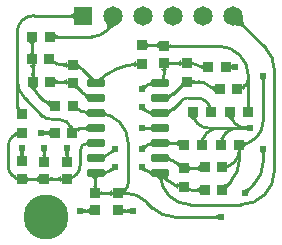
<source format=gtl>
G04*
G04 #@! TF.GenerationSoftware,Altium Limited,Altium Designer,25.1.2 (22)*
G04*
G04 Layer_Physical_Order=1*
G04 Layer_Color=255*
%FSLAX26Y26*%
%MOIN*%
G70*
G04*
G04 #@! TF.SameCoordinates,3C89DFF2-4D07-40C4-B63C-CCDB096C3DA4*
G04*
G04*
G04 #@! TF.FilePolarity,Positive*
G04*
G01*
G75*
%ADD12C,0.010000*%
%ADD14R,0.037745X0.035911*%
%ADD15R,0.035911X0.033808*%
%ADD16R,0.033808X0.035911*%
%ADD17R,0.035911X0.037745*%
G04:AMPARAMS|DCode=18|XSize=23.622mil|YSize=57.087mil|CornerRadius=2.008mil|HoleSize=0mil|Usage=FLASHONLY|Rotation=90.000|XOffset=0mil|YOffset=0mil|HoleType=Round|Shape=RoundedRectangle|*
%AMROUNDEDRECTD18*
21,1,0.023622,0.053071,0,0,90.0*
21,1,0.019606,0.057087,0,0,90.0*
1,1,0.004016,0.026535,0.009803*
1,1,0.004016,0.026535,-0.009803*
1,1,0.004016,-0.026535,-0.009803*
1,1,0.004016,-0.026535,0.009803*
%
%ADD18ROUNDEDRECTD18*%
%ADD23C,0.150000*%
%ADD24C,0.064961*%
%ADD25R,0.064961X0.064961*%
%ADD26C,0.024000*%
G36*
X242760Y810000D02*
X232640Y815000D01*
Y825000D01*
X242760Y830000D01*
Y810000D01*
D02*
G37*
G36*
X391734Y792163D02*
X387042Y789312D01*
X364921Y774121D01*
X363294Y772632D01*
X362049Y771313D01*
X351200Y774277D01*
X352724Y776139D01*
X353827Y778219D01*
X354509Y780516D01*
X354771Y783033D01*
X354611Y785767D01*
X354031Y788720D01*
X353030Y791890D01*
X351609Y795279D01*
X349766Y798887D01*
X347503Y802712D01*
X391734Y792163D01*
D02*
G37*
G36*
X182344Y759050D02*
X182648Y758200D01*
X183154Y757450D01*
X183862Y756800D01*
X184773Y756250D01*
X185886Y755800D01*
X187202Y755450D01*
X188720Y755200D01*
X190440Y755050D01*
X192363Y755000D01*
Y745000D01*
X190440Y744950D01*
X188720Y744800D01*
X187202Y744550D01*
X185886Y744200D01*
X184773Y743750D01*
X183862Y743200D01*
X183154Y742550D01*
X182648Y741800D01*
X182344Y740950D01*
X182243Y740000D01*
Y760000D01*
X182344Y759050D01*
D02*
G37*
G36*
X110000Y722165D02*
X100000D01*
X95000Y732285D01*
X115000D01*
X110000Y722165D01*
D02*
G37*
G36*
X110050Y700913D02*
X110200Y699192D01*
X110450Y697674D01*
X110800Y696359D01*
X111250Y695245D01*
X111800Y694335D01*
X112450Y693626D01*
X113200Y693120D01*
X114050Y692817D01*
X115000Y692715D01*
X95000D01*
X95950Y692817D01*
X96800Y693120D01*
X97550Y693626D01*
X98200Y694335D01*
X98750Y695245D01*
X99200Y696359D01*
X99550Y697674D01*
X99800Y699192D01*
X99950Y700913D01*
X100000Y702835D01*
X110000D01*
X110050Y700913D01*
D02*
G37*
G36*
X190192Y663570D02*
X188517Y653616D01*
X180973Y657165D01*
X180853Y672530D01*
X190192Y663570D01*
D02*
G37*
G36*
X111389Y647165D02*
X101389D01*
X96389Y657165D01*
X116389D01*
X111389Y647165D01*
D02*
G37*
G36*
X222285Y645579D02*
X212165Y650579D01*
Y660579D01*
X222285Y665579D01*
Y645579D01*
D02*
G37*
G36*
X257923Y662242D02*
X258185Y661124D01*
X258623Y660007D01*
X259235Y658891D01*
X260022Y657775D01*
X260984Y656660D01*
X262121Y655545D01*
X263433Y654431D01*
X264920Y653317D01*
X266582Y652204D01*
X265720Y639925D01*
X264222Y640826D01*
X262882Y641522D01*
X261699Y642013D01*
X260674Y642299D01*
X259807Y642380D01*
X259097Y642257D01*
X258545Y641929D01*
X258151Y641395D01*
X257914Y640657D01*
X257835Y639715D01*
Y663360D01*
X257923Y662242D01*
D02*
G37*
G36*
X111439Y625913D02*
X111590Y624192D01*
X111840Y622674D01*
X112189Y621359D01*
X112639Y620245D01*
X113189Y619335D01*
X113840Y618626D01*
X114590Y618120D01*
X115439Y617817D01*
X116389Y617715D01*
X96389D01*
X97340Y617817D01*
X98189Y618120D01*
X98939Y618626D01*
X99590Y619335D01*
X100139Y620245D01*
X100590Y621359D01*
X100939Y622674D01*
X101189Y624192D01*
X101340Y625913D01*
X101389Y627835D01*
X111389D01*
X111439Y625913D01*
D02*
G37*
G36*
X307424Y612433D02*
X308855Y611210D01*
X310281Y610132D01*
X311703Y609197D01*
X313120Y608406D01*
X314531Y607759D01*
X315938Y607255D01*
X317341Y606896D01*
X317555Y606863D01*
X319038Y607183D01*
X320579Y607650D01*
X322133Y608255D01*
X323700Y608997D01*
X325282Y609877D01*
X326876Y610895D01*
X328484Y612051D01*
X330106Y613345D01*
X345630Y612923D01*
X344217Y611678D01*
X343108Y610562D01*
X342303Y609576D01*
X341803Y608719D01*
X341608Y607991D01*
X341717Y607393D01*
X342130Y606925D01*
X342848Y606586D01*
X343871Y606377D01*
X345198Y606297D01*
X314498Y606608D01*
X291846D01*
X293141Y606680D01*
X294147Y606896D01*
X294867Y607255D01*
X295298Y607759D01*
X295442Y608406D01*
X295298Y609197D01*
X294867Y610132D01*
X294147Y611210D01*
X293141Y612433D01*
X291846Y613799D01*
X305988D01*
X307424Y612433D01*
D02*
G37*
G36*
X222285Y590000D02*
X212165Y595000D01*
Y605000D01*
X222285Y610000D01*
Y590000D01*
D02*
G37*
G36*
X182344Y609050D02*
X182648Y608200D01*
X183154Y607450D01*
X183862Y606800D01*
X184773Y606250D01*
X185886Y605800D01*
X187202Y605450D01*
X188720Y605200D01*
X190440Y605050D01*
X192363Y605000D01*
Y595000D01*
X190440Y594950D01*
X188720Y594800D01*
X187202Y594550D01*
X185886Y594200D01*
X184773Y593750D01*
X183862Y593200D01*
X183154Y592550D01*
X182648Y591800D01*
X182344Y590950D01*
X182243Y590000D01*
Y610000D01*
X182344Y609050D01*
D02*
G37*
G36*
X117997Y572941D02*
X107033Y572730D01*
X98254Y582165D01*
X119620D01*
X117997Y572941D01*
D02*
G37*
G36*
X257115Y590008D02*
X256807Y589133D01*
X256793Y588105D01*
X257072Y586922D01*
X257645Y585585D01*
X258511Y584093D01*
X259670Y582448D01*
X261122Y580648D01*
X264906Y576586D01*
X256784Y570566D01*
X242642Y577757D01*
X257715Y590728D01*
X257115Y590008D01*
D02*
G37*
G36*
X291181Y556728D02*
X289376Y539808D01*
X280333Y550247D01*
X281474Y561400D01*
X291181Y556728D01*
D02*
G37*
G36*
X162757Y516140D02*
X153199Y524927D01*
X153470Y535984D01*
X162757Y537524D01*
Y516140D01*
D02*
G37*
G36*
X61089Y516818D02*
X61686Y515006D01*
X62331Y513383D01*
X63026Y511950D01*
X63769Y510708D01*
X64561Y509655D01*
X65402Y508793D01*
X66291Y508120D01*
X67230Y507638D01*
X68217Y507345D01*
X69252Y507243D01*
X52165Y507363D01*
X52437Y507459D01*
X52620Y507748D01*
X52714Y508231D01*
X52717Y508905D01*
X52632Y509773D01*
X52456Y510834D01*
X51837Y513533D01*
X50859Y517004D01*
X61089Y516818D01*
D02*
G37*
G36*
X257339Y517079D02*
X257610Y515972D01*
X258056Y514888D01*
X258677Y513828D01*
X259474Y512790D01*
X260445Y511776D01*
X261591Y510785D01*
X262913Y509818D01*
X264409Y508873D01*
X266080Y507952D01*
X264567Y497642D01*
X257363Y502165D01*
X257243Y518210D01*
X257339Y517079D01*
D02*
G37*
G36*
X289376Y485614D02*
X279432Y492596D01*
X279478Y502918D01*
X289752Y505846D01*
X289376Y485614D01*
D02*
G37*
G36*
X346106Y502107D02*
X346362Y501174D01*
X346825Y500288D01*
X347495Y499447D01*
X348372Y498651D01*
X349456Y497902D01*
X350746Y497199D01*
X352244Y496541D01*
X353949Y495929D01*
X355861Y495363D01*
X355790Y484872D01*
X354576Y485156D01*
X353391Y485344D01*
X352236Y485437D01*
X351112Y485435D01*
X350017Y485337D01*
X348951Y485144D01*
X347916Y484856D01*
X346910Y484472D01*
X345935Y483993D01*
X344988Y483418D01*
X346057Y503085D01*
X346106Y502107D01*
D02*
G37*
G36*
X236869Y455064D02*
X237900Y453547D01*
X238938Y452208D01*
X239983Y451048D01*
X241036Y450066D01*
X242097Y449263D01*
X243165Y448639D01*
X244241Y448192D01*
X245325Y447925D01*
X246416Y447835D01*
X223435D01*
X224374Y447918D01*
X225115Y448167D01*
X225657Y448583D01*
X226000Y449164D01*
X226145Y449911D01*
X226091Y450825D01*
X225838Y451904D01*
X225387Y453149D01*
X224737Y454561D01*
X223889Y456139D01*
X235847Y456760D01*
X236869Y455064D01*
D02*
G37*
G36*
X266957Y439325D02*
X257243Y431626D01*
X257363Y447835D01*
X257460Y447697D01*
X257752Y447626D01*
X258239Y447622D01*
X258920Y447685D01*
X259796Y447815D01*
X263591Y448605D01*
X267094Y449466D01*
X266957Y439325D01*
D02*
G37*
G36*
X289413Y435023D02*
X279256Y440000D01*
Y450000D01*
X289413Y454977D01*
Y435023D01*
D02*
G37*
G36*
X162757Y420000D02*
X152662Y424988D01*
X151896Y424966D01*
X150741Y424864D01*
X149643Y424694D01*
X148603Y424456D01*
X147621Y424150D01*
X146696Y423776D01*
X145828Y423334D01*
X145018Y422824D01*
X144265Y422246D01*
X143570Y421600D01*
Y438400D01*
X144265Y437754D01*
X145018Y437176D01*
X145828Y436666D01*
X146696Y436224D01*
X147621Y435850D01*
X148603Y435544D01*
X149643Y435306D01*
X150741Y435136D01*
X151896Y435034D01*
X152662Y435012D01*
X162757Y440000D01*
Y420000D01*
D02*
G37*
G36*
X52165Y414245D02*
X43861Y414699D01*
X43240Y426658D01*
X44936Y427680D01*
X46453Y428710D01*
X47792Y429748D01*
X48952Y430793D01*
X49934Y431846D01*
X50737Y432907D01*
X51361Y433976D01*
X51808Y435051D01*
X52075Y436135D01*
X52165Y437226D01*
Y414245D01*
D02*
G37*
G36*
X227754Y370735D02*
X227176Y369982D01*
X226666Y369172D01*
X226224Y368304D01*
X225850Y367379D01*
X225544Y366397D01*
X225306Y365356D01*
X225136Y364259D01*
X225034Y363104D01*
X225006Y362118D01*
X225050Y360440D01*
X225200Y358720D01*
X225450Y357202D01*
X225800Y355886D01*
X226250Y354773D01*
X226800Y353862D01*
X227450Y353154D01*
X228200Y352648D01*
X229050Y352344D01*
X230000Y352243D01*
X210000D01*
X210950Y352344D01*
X211800Y352648D01*
X212550Y353154D01*
X213200Y353862D01*
X213750Y354773D01*
X214200Y355886D01*
X214550Y357202D01*
X214800Y358720D01*
X214950Y360440D01*
X214994Y362118D01*
X214966Y363104D01*
X214864Y364259D01*
X214694Y365356D01*
X214456Y366397D01*
X214150Y367379D01*
X213776Y368304D01*
X213334Y369172D01*
X212824Y369982D01*
X212246Y370735D01*
X211600Y371430D01*
X228400D01*
X227754Y370735D01*
D02*
G37*
G36*
X152754D02*
X152176Y369982D01*
X151666Y369172D01*
X151224Y368304D01*
X150850Y367379D01*
X150544Y366397D01*
X150306Y365356D01*
X150136Y364259D01*
X150034Y363104D01*
X150006Y362118D01*
X150050Y360440D01*
X150200Y358720D01*
X150450Y357202D01*
X150800Y355886D01*
X151250Y354773D01*
X151800Y353862D01*
X152450Y353154D01*
X153200Y352648D01*
X154050Y352344D01*
X155000Y352243D01*
X135000D01*
X135950Y352344D01*
X136800Y352648D01*
X137550Y353154D01*
X138200Y353862D01*
X138750Y354773D01*
X139200Y355886D01*
X139550Y357202D01*
X139800Y358720D01*
X139950Y360440D01*
X139994Y362118D01*
X139966Y363104D01*
X139864Y364259D01*
X139694Y365356D01*
X139456Y366397D01*
X139150Y367379D01*
X138776Y368304D01*
X138334Y369172D01*
X137824Y369982D01*
X137246Y370735D01*
X136600Y371430D01*
X153400D01*
X152754Y370735D01*
D02*
G37*
G36*
X77754D02*
X77176Y369982D01*
X76666Y369172D01*
X76224Y368304D01*
X75850Y367379D01*
X75544Y366397D01*
X75306Y365356D01*
X75136Y364259D01*
X75034Y363104D01*
X75006Y362118D01*
X75050Y360440D01*
X75200Y358720D01*
X75450Y357202D01*
X75800Y355886D01*
X76250Y354773D01*
X76800Y353862D01*
X77450Y353154D01*
X78200Y352648D01*
X79050Y352344D01*
X80000Y352243D01*
X60000D01*
X60950Y352344D01*
X61800Y352648D01*
X62550Y353154D01*
X63200Y353862D01*
X63750Y354773D01*
X64200Y355886D01*
X64550Y357202D01*
X64800Y358720D01*
X64950Y360440D01*
X64994Y362118D01*
X64966Y363104D01*
X64864Y364259D01*
X64694Y365356D01*
X64456Y366397D01*
X64150Y367379D01*
X63776Y368304D01*
X63334Y369172D01*
X62824Y369982D01*
X62246Y370735D01*
X61600Y371430D01*
X78400D01*
X77754Y370735D01*
D02*
G37*
G36*
X378795Y302482D02*
X377932Y302530D01*
X377042Y302504D01*
X376123Y302404D01*
X375175Y302230D01*
X374199Y301982D01*
X373194Y301659D01*
X372161Y301262D01*
X370010Y300245D01*
X368892Y299625D01*
X362326Y307407D01*
X363337Y308004D01*
X364250Y308645D01*
X365066Y309332D01*
X365784Y310063D01*
X366404Y310838D01*
X366927Y311659D01*
X367351Y312524D01*
X367678Y313433D01*
X367908Y314388D01*
X368039Y315387D01*
X378795Y302482D01*
D02*
G37*
G36*
X346188Y305436D02*
X346860Y304829D01*
X347630Y304343D01*
X348496Y303978D01*
X349459Y303734D01*
X350519Y303610D01*
X351677Y303607D01*
X352931Y303726D01*
X354282Y303964D01*
X355731Y304324D01*
X355847Y293721D01*
X353967Y293142D01*
X352287Y292519D01*
X350808Y291852D01*
X349529Y291139D01*
X348449Y290382D01*
X347570Y289579D01*
X346892Y288732D01*
X346413Y287841D01*
X346135Y286904D01*
X346057Y285923D01*
X345613Y306164D01*
X346188Y305436D01*
D02*
G37*
G36*
X320000Y273272D02*
X310000D01*
X305000Y283392D01*
X325000D01*
X320000Y273272D01*
D02*
G37*
G36*
X52285Y266616D02*
X52194Y267695D01*
X51923Y268769D01*
X51471Y269838D01*
X50838Y270902D01*
X50024Y271961D01*
X49029Y273016D01*
X47853Y274065D01*
X46496Y275110D01*
X44959Y276150D01*
X43240Y277185D01*
X43861Y289143D01*
X52285Y289597D01*
Y266616D01*
D02*
G37*
G36*
X202285Y266389D02*
X192165Y271389D01*
Y281389D01*
X202285Y286389D01*
Y266389D01*
D02*
G37*
G36*
X162935Y285440D02*
X163235Y284589D01*
X163735Y283839D01*
X164435Y283190D01*
X165335Y282639D01*
X166435Y282190D01*
X167735Y281839D01*
X169235Y281589D01*
X170935Y281440D01*
X172835Y281389D01*
Y271389D01*
X170935Y271339D01*
X169235Y271190D01*
X167735Y270940D01*
X166435Y270589D01*
X165335Y270139D01*
X164435Y269589D01*
X163735Y268940D01*
X163235Y268190D01*
X162935Y267339D01*
X162835Y266389D01*
Y286389D01*
X162935Y285440D01*
D02*
G37*
G36*
X127285Y264421D02*
X117165Y269421D01*
Y279421D01*
X127285Y284421D01*
Y264421D01*
D02*
G37*
G36*
X87935Y283471D02*
X88235Y282621D01*
X88735Y281871D01*
X89435Y281221D01*
X90335Y280671D01*
X91435Y280221D01*
X92735Y279871D01*
X94235Y279621D01*
X95935Y279471D01*
X97835Y279421D01*
Y269421D01*
X95935Y269371D01*
X94235Y269221D01*
X92735Y268971D01*
X91435Y268621D01*
X90335Y268171D01*
X89435Y267621D01*
X88735Y266971D01*
X88235Y266221D01*
X87935Y265371D01*
X87835Y264421D01*
Y284421D01*
X87935Y283471D01*
D02*
G37*
G36*
X320050Y255440D02*
X320200Y253720D01*
X320450Y252202D01*
X320800Y250886D01*
X321250Y249773D01*
X321800Y248862D01*
X322450Y248154D01*
X323200Y247648D01*
X324050Y247344D01*
X325000Y247243D01*
X305000D01*
X305950Y247344D01*
X306800Y247648D01*
X307550Y248154D01*
X308200Y248862D01*
X308750Y249773D01*
X309200Y250886D01*
X309550Y252202D01*
X309800Y253720D01*
X309950Y255440D01*
X310000Y257363D01*
X320000D01*
X320050Y255440D01*
D02*
G37*
G36*
X416139Y233333D02*
X414968Y232348D01*
Y223611D01*
X413590Y223589D01*
X411269Y223418D01*
X410326Y223269D01*
X409529Y223077D01*
X408876Y222843D01*
X408368Y222565D01*
X408005Y222245D01*
X407806Y221913D01*
X407800Y221883D01*
X407715Y220704D01*
Y221478D01*
Y235743D01*
Y246287D01*
X407786Y245338D01*
X407997Y244608D01*
X408348Y244097D01*
X408840Y243805D01*
X409473Y243732D01*
X410247Y243877D01*
X411161Y244242D01*
X412215Y244826D01*
X413411Y245629D01*
X414746Y246651D01*
X416139Y233333D01*
D02*
G37*
G36*
X372165Y218611D02*
X362165Y223611D01*
Y233611D01*
X372165Y238611D01*
Y218611D01*
D02*
G37*
G36*
X332817Y237661D02*
X333120Y236810D01*
X333626Y236060D01*
X334334Y235411D01*
X335245Y234861D01*
X336358Y234411D01*
X337674Y234060D01*
X339192Y233810D01*
X340913Y233661D01*
X342835Y233611D01*
Y223611D01*
X340913Y223560D01*
X339192Y223411D01*
X337674Y223161D01*
X336358Y222810D01*
X335245Y222361D01*
X334334Y221810D01*
X333626Y221161D01*
X333120Y220411D01*
X332817Y219560D01*
X332715Y218611D01*
Y238611D01*
X332817Y237661D01*
D02*
G37*
G36*
X431430Y161600D02*
X430735Y162246D01*
X429982Y162824D01*
X429172Y163334D01*
X428304Y163776D01*
X427379Y164150D01*
X426397Y164456D01*
X425356Y164694D01*
X424259Y164864D01*
X423104Y164966D01*
X421891Y165000D01*
Y175000D01*
X423104Y175034D01*
X424259Y175136D01*
X425356Y175306D01*
X426397Y175544D01*
X427379Y175850D01*
X428304Y176224D01*
X429172Y176666D01*
X429982Y177176D01*
X430735Y177754D01*
X431430Y178400D01*
Y161600D01*
D02*
G37*
G36*
X274265Y177754D02*
X275018Y177176D01*
X275828Y176666D01*
X276696Y176224D01*
X277621Y175850D01*
X278603Y175544D01*
X279644Y175306D01*
X280741Y175136D01*
X281896Y175034D01*
X283109Y175000D01*
Y165000D01*
X281896Y164966D01*
X280741Y164864D01*
X279644Y164694D01*
X278603Y164456D01*
X277621Y164150D01*
X276696Y163776D01*
X275828Y163334D01*
X275018Y162824D01*
X274265Y162246D01*
X273570Y161600D01*
Y178400D01*
X274265Y177754D01*
D02*
G37*
G36*
X407817Y179050D02*
X408120Y178200D01*
X408626Y177450D01*
X409334Y176800D01*
X410245Y176250D01*
X411358Y175800D01*
X412674Y175450D01*
X414192Y175200D01*
X415913Y175050D01*
X417835Y175000D01*
Y165000D01*
X415913Y164950D01*
X414192Y164800D01*
X412674Y164550D01*
X411358Y164200D01*
X410245Y163750D01*
X409334Y163200D01*
X408626Y162550D01*
X408120Y161800D01*
X407817Y160950D01*
X407715Y160000D01*
Y180000D01*
X407817Y179050D01*
D02*
G37*
G36*
X297165Y160000D02*
X287165Y165000D01*
Y175000D01*
X297165Y180000D01*
Y160000D01*
D02*
G37*
G36*
X777184Y473240D02*
X765886Y472908D01*
X756451Y482285D01*
X778336D01*
X777184Y473240D01*
D02*
G37*
G36*
X652184D02*
X640886Y472908D01*
X631451Y482285D01*
X653336D01*
X652184Y473240D01*
D02*
G37*
G36*
X821430Y445013D02*
Y436600D01*
X820778Y437206D01*
X820089Y437738D01*
X819317Y438234D01*
X818474Y438686D01*
X817965Y438913D01*
X817379Y439150D01*
X816397Y439456D01*
X815356Y439694D01*
X814259Y439864D01*
X813104Y439966D01*
X811891Y440000D01*
Y450000D01*
X811920Y450001D01*
X811920Y450566D01*
X813068Y450434D01*
X814173Y450395D01*
X815234Y450449D01*
X816252Y450595D01*
X817226Y450834D01*
X818157Y451165D01*
X818652Y451401D01*
X819166Y451663D01*
X819206Y451687D01*
X819979Y452174D01*
X820034Y452216D01*
X820717Y452740D01*
X821443Y453413D01*
X821430Y445013D01*
D02*
G37*
G36*
X747184Y416760D02*
X746476Y415064D01*
X745951Y413547D01*
X745609Y412208D01*
X745450Y411048D01*
X745473Y410066D01*
X745680Y409263D01*
X746069Y408639D01*
X746642Y408192D01*
X747397Y407925D01*
X748336Y407835D01*
X726451D01*
X727497Y407928D01*
X728520Y408206D01*
X729521Y408668D01*
X730499Y409316D01*
X731454Y410149D01*
X732386Y411168D01*
X733295Y412371D01*
X734181Y413760D01*
X735045Y415333D01*
X735886Y417092D01*
X747184Y416760D01*
D02*
G37*
G36*
X683342D02*
X682625Y415041D01*
X682092Y413504D01*
X681744Y412147D01*
X681582Y410971D01*
X681605Y409976D01*
X681812Y409162D01*
X682205Y408529D01*
X682783Y408077D01*
X683545Y407806D01*
X684494Y407715D01*
X662609D01*
X663645Y407809D01*
X664661Y408090D01*
X665656Y408559D01*
X666631Y409216D01*
X667585Y410060D01*
X668518Y411091D01*
X669430Y412310D01*
X670322Y413716D01*
X671193Y415310D01*
X672044Y417092D01*
X683342Y416760D01*
D02*
G37*
G36*
X487674Y382593D02*
X486663Y381996D01*
X485750Y381355D01*
X484934Y380668D01*
X484216Y379937D01*
X483596Y379162D01*
X483073Y378341D01*
X482649Y377476D01*
X482322Y376566D01*
X482092Y375612D01*
X481961Y374613D01*
X471205Y387518D01*
X472067Y387470D01*
X472958Y387496D01*
X473877Y387596D01*
X474825Y387770D01*
X475801Y388018D01*
X476806Y388341D01*
X477839Y388738D01*
X479990Y389755D01*
X481108Y390375D01*
X487674Y382593D01*
D02*
G37*
G36*
X560688Y404031D02*
X560993Y403185D01*
X561501Y402438D01*
X562212Y401792D01*
X563126Y401244D01*
X564243Y400796D01*
X565564Y400448D01*
X567087Y400199D01*
X568814Y400050D01*
X570744Y400000D01*
Y390000D01*
X568814Y389950D01*
X567087Y389801D01*
X565564Y389552D01*
X564243Y389204D01*
X563126Y388756D01*
X562212Y388208D01*
X561501Y387562D01*
X560993Y386815D01*
X560688Y385969D01*
X560587Y385023D01*
Y404977D01*
X560688Y404031D01*
D02*
G37*
G36*
X592757Y385000D02*
X582637Y390000D01*
Y400000D01*
X592757Y405000D01*
Y385000D01*
D02*
G37*
G36*
X504387Y383836D02*
X503812Y384564D01*
X503139Y385171D01*
X502370Y385657D01*
X501504Y386022D01*
X500541Y386266D01*
X499481Y386390D01*
X498323Y386393D01*
X497069Y386275D01*
X495718Y386036D01*
X494269Y385676D01*
X494153Y396279D01*
X503943Y404077D01*
X504387Y383836D01*
D02*
G37*
G36*
X812340Y401238D02*
X812630Y400453D01*
X813114Y399825D01*
X813792Y399353D01*
X814663Y399039D01*
X815728Y398881D01*
X816987Y398880D01*
X818439Y399037D01*
X820085Y399349D01*
X821925Y399819D01*
X822023Y389248D01*
X820164Y388672D01*
X818502Y388049D01*
X817035Y387380D01*
X815764Y386665D01*
X814688Y385904D01*
X813808Y385097D01*
X813123Y384243D01*
X812634Y383344D01*
X812341Y382399D01*
X812243Y381408D01*
Y402180D01*
X812340Y401238D01*
D02*
G37*
G36*
X882754Y365735D02*
X882176Y364982D01*
X881666Y364172D01*
X881224Y363304D01*
X880850Y362379D01*
X880544Y361397D01*
X880306Y360356D01*
X880136Y359259D01*
X880034Y358104D01*
X880000Y356891D01*
X870000D01*
X869966Y358104D01*
X869864Y359259D01*
X869694Y360356D01*
X869456Y361397D01*
X869150Y362379D01*
X868776Y363304D01*
X868334Y364172D01*
X867824Y364982D01*
X867246Y365735D01*
X866600Y366430D01*
X883400D01*
X882754Y365735D01*
D02*
G37*
G36*
X560668Y350936D02*
X560917Y349979D01*
X561371Y349057D01*
X562029Y348170D01*
X562893Y347318D01*
X563961Y346502D01*
X565234Y345721D01*
X566712Y344976D01*
X568395Y344265D01*
X570283Y343590D01*
X570179Y332906D01*
X568701Y333364D01*
X566022Y334010D01*
X564821Y334197D01*
X563712Y334293D01*
X562696Y334299D01*
X561772Y334215D01*
X560941Y334040D01*
X560202Y333774D01*
X559555Y333418D01*
X560624Y351928D01*
X560668Y350936D01*
D02*
G37*
G36*
X593852Y331517D02*
X598658Y328907D01*
X600766Y327964D01*
X602679Y327262D01*
X604396Y326800D01*
X605917Y326579D01*
X607242Y326600D01*
X608372Y326861D01*
X609305Y327363D01*
X592165Y314593D01*
X583939Y325912D01*
X591156Y333183D01*
X593852Y331517D01*
D02*
G37*
G36*
X757333Y328177D02*
X757605Y327412D01*
X758057Y326833D01*
X758690Y326440D01*
X759504Y326232D01*
X760498Y326210D01*
X761674Y326375D01*
X763030Y326724D01*
X764567Y327260D01*
X766285Y327982D01*
X766609Y316686D01*
X764829Y315832D01*
X763237Y314957D01*
X761832Y314062D01*
X760615Y313147D01*
X759584Y312210D01*
X758741Y311254D01*
X758086Y310276D01*
X757617Y309279D01*
X757337Y308260D01*
X757243Y307221D01*
Y329128D01*
X757333Y328177D01*
D02*
G37*
G36*
X503943Y285923D02*
X494153Y293721D01*
X494269Y304324D01*
X495718Y303964D01*
X497069Y303725D01*
X498323Y303607D01*
X499481Y303610D01*
X500541Y303734D01*
X501504Y303978D01*
X502370Y304343D01*
X503139Y304829D01*
X503812Y305436D01*
X504387Y306164D01*
X503943Y285923D01*
D02*
G37*
G36*
X662757Y300579D02*
X652637Y305579D01*
Y315579D01*
X662757Y320579D01*
Y300579D01*
D02*
G37*
G36*
X627817Y319629D02*
X628120Y318779D01*
X628626Y318029D01*
X629335Y317379D01*
X630245Y316829D01*
X631359Y316379D01*
X632674Y316029D01*
X634192Y315779D01*
X635913Y315629D01*
X637835Y315579D01*
Y305579D01*
X635913Y305529D01*
X634192Y305379D01*
X632674Y305129D01*
X631359Y304779D01*
X630245Y304329D01*
X629335Y303779D01*
X628626Y303129D01*
X628120Y302379D01*
X627817Y301529D01*
X627715Y300579D01*
Y320579D01*
X627817Y319629D01*
D02*
G37*
G36*
X482092Y314388D02*
X482322Y313433D01*
X482649Y312524D01*
X483073Y311659D01*
X483596Y310838D01*
X484216Y310063D01*
X484934Y309332D01*
X485750Y308645D01*
X486663Y308004D01*
X487674Y307407D01*
X481108Y299625D01*
X479990Y300245D01*
X477839Y301262D01*
X476806Y301659D01*
X475801Y301982D01*
X474825Y302230D01*
X473877Y302404D01*
X472958Y302504D01*
X472068Y302530D01*
X471205Y302482D01*
X481961Y315387D01*
X482092Y314388D01*
D02*
G37*
G36*
X558154Y276201D02*
X544011D01*
X540514Y277979D01*
X538753Y273353D01*
X528614Y273338D01*
X522445Y283392D01*
X558154D01*
Y276201D01*
D02*
G37*
G36*
X764434Y258752D02*
X757363Y244610D01*
X742304Y257835D01*
X743123Y257311D01*
X744074Y257060D01*
X745158Y257083D01*
X746374Y257380D01*
X747722Y257950D01*
X749202Y258794D01*
X750814Y259911D01*
X752559Y261303D01*
X754437Y262968D01*
X756446Y264906D01*
X764434Y258752D01*
D02*
G37*
G36*
X592165Y241050D02*
X582555Y249115D01*
X582671Y259762D01*
X592165Y261947D01*
Y241050D01*
D02*
G37*
G36*
X831340Y239269D02*
X830507Y238388D01*
X829762Y237499D01*
X829106Y236603D01*
X828539Y235699D01*
X828061Y234788D01*
X827671Y233869D01*
X827370Y232943D01*
X827158Y232009D01*
X827034Y231068D01*
X826999Y230120D01*
X815120Y241999D01*
X816068Y242034D01*
X817009Y242158D01*
X817943Y242370D01*
X818869Y242671D01*
X819788Y243061D01*
X820699Y243539D01*
X821603Y244107D01*
X822499Y244762D01*
X823388Y245507D01*
X824269Y246340D01*
X831340Y239269D01*
D02*
G37*
G36*
X662757Y230000D02*
X652637Y235000D01*
Y245000D01*
X662757Y250000D01*
Y230000D01*
D02*
G37*
G36*
X726430Y141600D02*
X725735Y142246D01*
X724982Y142824D01*
X724172Y143334D01*
X723304Y143776D01*
X722379Y144150D01*
X721397Y144456D01*
X720356Y144694D01*
X719259Y144864D01*
X718104Y144966D01*
X716891Y145000D01*
Y155000D01*
X718104Y155034D01*
X719259Y155136D01*
X720356Y155306D01*
X721397Y155544D01*
X722379Y155850D01*
X723304Y156224D01*
X724172Y156666D01*
X724982Y157176D01*
X725735Y157754D01*
X726430Y158400D01*
Y141600D01*
D02*
G37*
G36*
X480339Y499099D02*
X479231Y499768D01*
X477102Y500883D01*
X476081Y501329D01*
X475089Y501700D01*
X474127Y501996D01*
X473195Y502218D01*
X472291Y502365D01*
X471417Y502437D01*
X470572Y502435D01*
X481995Y514754D01*
X482075Y513735D01*
X482255Y512760D01*
X482536Y511830D01*
X482918Y510944D01*
X483401Y510102D01*
X483985Y509305D01*
X484670Y508553D01*
X485456Y507844D01*
X486342Y507180D01*
X487330Y506561D01*
X480339Y499099D01*
D02*
G37*
G36*
X494192Y503289D02*
X496089Y502872D01*
X497788Y502601D01*
X499289Y502478D01*
X500592Y502502D01*
X501697Y502673D01*
X502604Y502992D01*
X503312Y503458D01*
X503822Y504071D01*
X504134Y504832D01*
X504248Y505740D01*
X503943Y485319D01*
X503858Y486288D01*
X503572Y487207D01*
X503086Y488076D01*
X502400Y488894D01*
X501514Y489661D01*
X500427Y490378D01*
X499140Y491045D01*
X497653Y491660D01*
X495966Y492226D01*
X494078Y492740D01*
X494192Y503289D01*
D02*
G37*
G36*
X569554Y499168D02*
X567766Y498039D01*
X564786Y495809D01*
X563594Y494708D01*
X562602Y493617D01*
X561808Y492535D01*
X561214Y491462D01*
X560818Y490399D01*
X560621Y489345D01*
X560624Y488300D01*
X558819Y506728D01*
X559288Y506699D01*
X559875Y506773D01*
X560581Y506952D01*
X561406Y507234D01*
X562350Y507620D01*
X564592Y508705D01*
X567310Y510206D01*
X568847Y511113D01*
X569554Y499168D01*
D02*
G37*
G36*
Y549168D02*
X567766Y548039D01*
X564786Y545809D01*
X563594Y544708D01*
X562602Y543617D01*
X561808Y542535D01*
X561214Y541462D01*
X560818Y540399D01*
X560621Y539345D01*
X560624Y538300D01*
X558819Y556728D01*
X559288Y556699D01*
X559875Y556773D01*
X560581Y556952D01*
X561406Y557234D01*
X562350Y557620D01*
X564592Y558705D01*
X567310Y560206D01*
X568847Y561112D01*
X569554Y549168D01*
D02*
G37*
G36*
X487674Y582593D02*
X486663Y581996D01*
X485750Y581355D01*
X484934Y580668D01*
X484216Y579937D01*
X483596Y579162D01*
X483073Y578341D01*
X482649Y577476D01*
X482322Y576566D01*
X482092Y575612D01*
X481961Y574613D01*
X471205Y587518D01*
X472067Y587470D01*
X472958Y587496D01*
X473877Y587596D01*
X474825Y587770D01*
X475801Y588018D01*
X476806Y588341D01*
X477839Y588738D01*
X479990Y589755D01*
X481108Y590375D01*
X487674Y582593D01*
D02*
G37*
G36*
X494153Y596279D02*
X503943Y604077D01*
X504387Y583836D01*
X503812Y584564D01*
X503139Y585171D01*
X502370Y585657D01*
X501504Y586022D01*
X500541Y586266D01*
X499481Y586390D01*
X498323Y586393D01*
X497069Y586275D01*
X495718Y586036D01*
X494269Y585676D01*
X494153Y596279D01*
D02*
G37*
G36*
X549072Y616266D02*
X548484Y614431D01*
X548074Y612789D01*
X547842Y611341D01*
X547789Y610085D01*
X547913Y609023D01*
X548216Y608153D01*
X548697Y607477D01*
X549356Y606994D01*
X550193Y606705D01*
X551208Y606608D01*
X530062D01*
X531122Y606702D01*
X532139Y606982D01*
X533114Y607450D01*
X534046Y608105D01*
X534935Y608947D01*
X535783Y609976D01*
X536587Y611193D01*
X537349Y612596D01*
X538069Y614187D01*
X538746Y615965D01*
X549072Y616266D01*
D02*
G37*
G36*
X442221Y662637D02*
X452285Y668727D01*
Y648612D01*
X442226Y652551D01*
X442221Y662637D01*
D02*
G37*
G36*
X497835Y715579D02*
X495935Y715529D01*
X494235Y715379D01*
X492735Y715129D01*
X491435Y714779D01*
X490335Y714329D01*
X489435Y713779D01*
X488735Y713129D01*
X488235Y712379D01*
X487935Y711529D01*
X487835Y710579D01*
Y730579D01*
X487935Y729629D01*
X488235Y728779D01*
X488735Y728029D01*
X489435Y727379D01*
X490335Y726829D01*
X491435Y726379D01*
X492735Y726029D01*
X494235Y725779D01*
X495935Y725629D01*
X497835Y725579D01*
Y715579D01*
D02*
G37*
G36*
X517165Y725579D02*
X527165Y730579D01*
Y710579D01*
X517165Y715579D01*
Y725579D01*
D02*
G37*
G36*
X540000Y632637D02*
X535000Y642757D01*
X555000D01*
X550000Y632637D01*
X540000D01*
D02*
G37*
G36*
X572835Y655579D02*
X570913Y655529D01*
X569192Y655379D01*
X567674Y655129D01*
X566359Y654779D01*
X565245Y654329D01*
X564335Y653779D01*
X563626Y653129D01*
X563120Y652379D01*
X562817Y651529D01*
X562715Y650579D01*
Y670579D01*
X562817Y669629D01*
X563120Y668779D01*
X563626Y668029D01*
X564335Y667379D01*
X565245Y666829D01*
X566359Y666379D01*
X567674Y666029D01*
X569192Y665779D01*
X570913Y665629D01*
X572835Y665579D01*
Y655579D01*
D02*
G37*
G36*
Y713611D02*
X570913Y713561D01*
X569192Y713410D01*
X567674Y713160D01*
X566359Y712811D01*
X565245Y712361D01*
X564335Y711811D01*
X563626Y711160D01*
X563120Y710410D01*
X562817Y709561D01*
X562715Y708611D01*
Y728611D01*
X562817Y727660D01*
X563120Y726811D01*
X563626Y726061D01*
X564335Y725410D01*
X565245Y724861D01*
X566359Y724410D01*
X567674Y724061D01*
X569192Y723811D01*
X570913Y723660D01*
X572835Y723611D01*
Y713611D01*
D02*
G37*
G36*
X807509Y814879D02*
X808052Y806309D01*
X808564Y802537D01*
X809237Y799105D01*
X810070Y796014D01*
X811064Y793264D01*
X812219Y790856D01*
X813534Y788788D01*
X815009Y787062D01*
X807938Y779991D01*
X806212Y781466D01*
X804144Y782781D01*
X801736Y783936D01*
X798986Y784930D01*
X795895Y785763D01*
X792463Y786436D01*
X788691Y786948D01*
X780121Y787491D01*
X775325Y787521D01*
X807479Y819675D01*
X807509Y814879D01*
D02*
G37*
G36*
X602285Y650579D02*
X592165Y655579D01*
Y665579D01*
X602285Y670579D01*
Y650579D01*
D02*
G37*
G36*
X672757Y644434D02*
X667071Y645000D01*
Y655000D01*
X672757Y655566D01*
Y644434D01*
D02*
G37*
G36*
X767344Y659050D02*
X767648Y658200D01*
X768154Y657450D01*
X768862Y656800D01*
X769124Y656642D01*
X769172Y656666D01*
X769982Y657176D01*
X770735Y657754D01*
X771430Y658400D01*
Y655655D01*
X772202Y655450D01*
X773720Y655200D01*
X775440Y655050D01*
X777363Y655000D01*
Y645000D01*
X775440Y644950D01*
X773720Y644800D01*
X772202Y644550D01*
X771430Y644345D01*
Y641600D01*
X770735Y642246D01*
X769982Y642824D01*
X769172Y643334D01*
X769124Y643358D01*
X768862Y643200D01*
X768154Y642550D01*
X767648Y641800D01*
X767344Y640950D01*
X767243Y640000D01*
Y644192D01*
X766397Y644456D01*
X765356Y644694D01*
X764259Y644864D01*
X763104Y644966D01*
X761891Y645000D01*
Y655000D01*
X763104Y655034D01*
X764259Y655136D01*
X765356Y655306D01*
X766397Y655544D01*
X767243Y655808D01*
Y660000D01*
X767344Y659050D01*
D02*
G37*
G36*
X882754Y610735D02*
X882176Y609982D01*
X881666Y609172D01*
X881224Y608304D01*
X880850Y607379D01*
X880544Y606397D01*
X880306Y605356D01*
X880136Y604259D01*
X880034Y603104D01*
X880000Y601891D01*
X870000D01*
X869966Y603104D01*
X869864Y604259D01*
X869694Y605356D01*
X869456Y606397D01*
X869150Y607379D01*
X868776Y608304D01*
X868334Y609172D01*
X867824Y609982D01*
X867246Y610735D01*
X866600Y611430D01*
X883400D01*
X882754Y610735D01*
D02*
G37*
G36*
X815695Y579909D02*
X814089Y578586D01*
X811384Y575989D01*
X810285Y574715D01*
X809356Y573457D01*
X808595Y572216D01*
X808004Y570992D01*
X807581Y569784D01*
X807327Y568592D01*
X807243Y567418D01*
Y592801D01*
X807315Y591841D01*
X807530Y591101D01*
X807889Y590581D01*
X808391Y590281D01*
X809037Y590202D01*
X809827Y590342D01*
X810760Y590703D01*
X811836Y591283D01*
X813057Y592084D01*
X814420Y593105D01*
X815695Y579909D01*
D02*
G37*
G36*
X637935Y608471D02*
X638235Y607621D01*
X638735Y606871D01*
X639435Y606221D01*
X640335Y605671D01*
X641435Y605221D01*
X642735Y604871D01*
X644235Y604621D01*
X645935Y604471D01*
X647835Y604421D01*
Y594421D01*
X645935Y594371D01*
X644235Y594221D01*
X642735Y593971D01*
X641435Y593621D01*
X640335Y593171D01*
X639435Y592621D01*
X638735Y591971D01*
X638235Y591221D01*
X637935Y590371D01*
X637835Y589421D01*
Y609421D01*
X637935Y608471D01*
D02*
G37*
G36*
X611779Y582757D02*
X597637Y575566D01*
X595094Y587165D01*
X596884Y589024D01*
X599750Y592446D01*
X600826Y594009D01*
X601664Y595472D01*
X602264Y596837D01*
X602626Y598103D01*
X602750Y599270D01*
X602636Y600338D01*
X602285Y601307D01*
X611779Y582757D01*
D02*
G37*
G36*
X712757Y565063D02*
X703094Y573441D01*
X703459Y584580D01*
X712757Y586188D01*
Y565063D01*
D02*
G37*
G36*
X830629Y525935D02*
X830779Y524235D01*
X831029Y522735D01*
X831379Y521435D01*
X831829Y520335D01*
X832379Y519435D01*
X833029Y518735D01*
X833779Y518235D01*
X834629Y517935D01*
X835579Y517835D01*
X815579D01*
X816529Y517935D01*
X817379Y518235D01*
X818129Y518735D01*
X818779Y519435D01*
X819329Y520335D01*
X819779Y521435D01*
X820129Y522735D01*
X820379Y524235D01*
X820529Y525935D01*
X820579Y527835D01*
X830579D01*
X830629Y525935D01*
D02*
G37*
G36*
X698838Y525064D02*
X699868Y523547D01*
X700906Y522208D01*
X701952Y521048D01*
X703005Y520066D01*
X704065Y519263D01*
X705134Y518639D01*
X706209Y518192D01*
X707293Y517924D01*
X708384Y517835D01*
X685403D01*
X686342Y517918D01*
X687083Y518167D01*
X687625Y518583D01*
X687968Y519164D01*
X688113Y519911D01*
X688059Y520825D01*
X687807Y521904D01*
X687356Y523149D01*
X686706Y524561D01*
X685857Y526139D01*
X697816Y526760D01*
X698838Y525064D01*
D02*
G37*
D12*
X317716Y345000D02*
G03*
X371839Y367418I0J76541D01*
G01*
X220000Y276389D02*
G03*
X265000Y321389I0J45000D01*
G01*
X290000Y395000D02*
G03*
X265000Y370000I0J-25000D01*
G01*
X333114Y295000D02*
G03*
X380000Y314421I0J66307D01*
G01*
X457045Y659025D02*
G03*
X324668Y601811I12955J-211722D01*
G01*
X269256Y643461D02*
G03*
X240000Y655579I-29256J-29256D01*
G01*
X109948Y820000D02*
G03*
X55000Y765052I0J-54948D01*
G01*
X236705Y442955D02*
G03*
X193611Y475000I-43095J-12955D01*
G01*
X137929Y487071D02*
G03*
X167071Y475000I29142J29142D01*
G01*
X55000Y606282D02*
G03*
X80655Y544345I87593J0D01*
G01*
X55000Y526792D02*
G03*
X70000Y490579I51213J0D01*
G01*
X274824Y445000D02*
G03*
X238611Y430000I0J-51213D01*
G01*
X425000Y395000D02*
G03*
X325000Y495000I-100000J0D01*
G01*
X240579Y520000D02*
G03*
X300934Y495000I60355J60355D01*
G01*
X140008Y539991D02*
G03*
X176213Y525000I36205J36222D01*
G01*
X140000Y540000D02*
G03*
X140008Y539991I36213J36213D01*
G01*
X106389Y600000D02*
G03*
X125050Y554950I63710J0D01*
G01*
X305000Y750000D02*
G03*
X375000Y820000I0J70000D01*
G01*
X240000Y594421D02*
G03*
X226531Y600000I-13469J-13469D01*
G01*
X269413Y565008D02*
G03*
X317716Y545000I48303J48303D01*
G01*
X800393Y190000D02*
G03*
X912000Y301607I0J111607D01*
G01*
X555138Y272146D02*
G03*
X610000Y249421I54862J54862D01*
G01*
X532283Y290000D02*
G03*
X632283Y190000I100000J0D01*
G01*
X470000Y314421D02*
G03*
X516886Y295000I46886J46886D01*
G01*
X610000Y249421D02*
G03*
X632744Y240000I22744J22744D01*
G01*
X912000Y641579D02*
G03*
X882711Y712289I-100000J0D01*
G01*
X845711Y260711D02*
G03*
X875000Y331421I-70711J70711D01*
G01*
X162221Y675000D02*
G03*
X209107Y655579I46886J46886D01*
G01*
X106389Y673611D02*
G03*
X105000Y675000I-1389J0D01*
G01*
X25000Y319421D02*
G03*
X70000Y274421I45000J0D01*
G01*
Y429421D02*
G03*
X25000Y384421I0J-45000D01*
G01*
X143031Y274421D02*
G03*
X145000Y276389I0J1968D01*
G01*
X516886Y395000D02*
G03*
X470000Y375579I0J-66307D01*
G01*
X473536Y510885D02*
G03*
X511886Y495000I38351J38351D01*
G01*
X532283Y595000D02*
G03*
X545000Y625701I-30701J30701D01*
G01*
X516886Y595000D02*
G03*
X470000Y575579I0J-66307D01*
G01*
X538787Y495000D02*
G03*
X574991Y509991I0J51213D01*
G01*
X485679Y199321D02*
G03*
X414968Y228611I-70711J-70711D01*
G01*
X505711Y179289D02*
G03*
X576421Y150000I70711J70711D01*
G01*
X764421Y500000D02*
G03*
X819421Y445000I55000J0D01*
G01*
X639421Y500000D02*
G03*
X694421Y445000I55000J0D01*
G01*
X725579D02*
G03*
X670579Y390000I0J-55000D01*
G01*
X789421Y445000D02*
G03*
X734421Y390000I0J-55000D01*
G01*
X390000Y228611D02*
G03*
X425000Y263611I0J35000D01*
G01*
X795579Y390000D02*
G03*
X875000Y469421I0J79421D01*
G01*
X766290Y267679D02*
G03*
X795579Y338390I-70711J70711D01*
G01*
X670716Y310579D02*
G03*
X681389Y315000I0J15094D01*
G01*
X604868Y315711D02*
G03*
X534158Y345000I-70711J-70711D01*
G01*
X738611Y315000D02*
G03*
X795579Y371969I0J56968D01*
G01*
X609421Y390000D02*
G03*
X604421Y395000I-5000J0D01*
G01*
X788611Y575000D02*
G03*
X825579Y611968I0J36968D01*
G01*
Y618611D02*
G03*
X725579Y718611I-100000J0D01*
G01*
X545000D02*
G03*
X540248Y720579I-4752J-4752D01*
G01*
X545000Y661389D02*
G03*
X546957Y660579I1957J1957D01*
G01*
X655000Y655000D02*
G03*
X667071Y650000I12071J12071D01*
G01*
X655000Y655000D02*
G03*
X641531Y660579I-13469J-13469D01*
G01*
X695000Y585000D02*
G03*
X719142Y575000I24142J24142D01*
G01*
X695000Y585000D02*
G03*
X660185Y599421I-34815J-34815D01*
G01*
X700579Y500000D02*
G03*
X655579Y545000I-45000J0D01*
G01*
X574991Y509991D02*
G03*
X575000Y510000I-36205J36222D01*
G01*
X624142Y545000D02*
G03*
X600000Y535000I0J-34142D01*
G01*
X610479Y595479D02*
G03*
X610476Y595476I9521J-9527D01*
G01*
X620000Y599421D02*
G03*
X610479Y595479I0J-13469D01*
G01*
X574991Y559991D02*
G03*
X575000Y560000I-36205J36222D01*
G01*
X538787Y545000D02*
G03*
X574991Y559991I0J51213D01*
G01*
X390000Y171389D02*
G03*
X393354Y170000I3354J3354D01*
G01*
X311646D02*
G03*
X315000Y171389I0J4744D01*
G01*
X470000Y445000D02*
X532283D01*
X531132Y446151D02*
X532283Y445000D01*
X371839Y367418D02*
X380000Y375579D01*
X265000Y321389D02*
Y370000D01*
X290000Y395000D02*
X317716D01*
Y295000D02*
X333114D01*
X324668Y601811D02*
X324668Y601811D01*
X317716Y595000D02*
X324668Y601811D01*
X209107Y655579D02*
X240000D01*
X269255Y643461D02*
X317716Y595000D01*
X55000Y606282D02*
Y765052D01*
X109948Y820000D02*
X275000D01*
X167134Y475000D02*
X193611D01*
X137888Y487112D02*
X137929Y487071D01*
X167071Y475000D02*
X167134Y475000D01*
X80655Y544345D02*
X137888Y487112D01*
X55000Y526792D02*
Y606282D01*
X236705Y442955D02*
X238611Y430000D01*
X274824Y445000D02*
X317716D01*
Y495000D02*
X325000D01*
X300934D02*
X317716D01*
X176213Y525000D02*
X179421D01*
X140000Y540000D02*
X140008Y539991D01*
X125050Y554950D02*
X140000Y540000D01*
X106389Y600000D02*
Y673611D01*
X165579Y750000D02*
X305000D01*
X163611Y600000D02*
X226531D01*
X240000Y594421D02*
X269413Y565008D01*
X815000Y230000D02*
X845711Y260711D01*
X576421Y150000D02*
X735000D01*
X632283Y190000D02*
X800393D01*
X532283Y295000D02*
X555138Y272146D01*
X516886Y295000D02*
X532283D01*
X632744Y240000D02*
X681389D01*
X912000Y301607D02*
Y641579D01*
X775000Y820000D02*
X882711Y712289D01*
X104421Y750000D02*
X105000D01*
Y675000D02*
Y750000D01*
X25000Y319421D02*
Y384421D01*
X70000Y274421D02*
X143031D01*
X145000Y276389D02*
X220000D01*
X70000Y335579D02*
Y380000D01*
X135000Y430000D02*
X181389D01*
X145000Y333611D02*
Y380000D01*
X220000Y333611D02*
Y380000D01*
X315000Y228611D02*
Y292284D01*
X532283Y395000D02*
X604421D01*
X516886D02*
X532283D01*
X511886Y495000D02*
X532283D01*
X470000Y514421D02*
X473536Y510885D01*
X516886Y595000D02*
X532283D01*
X457045Y659025D02*
X470000Y659421D01*
X532283Y495000D02*
X538787D01*
X875000Y469421D02*
Y620000D01*
X485679Y199321D02*
X505711Y179289D01*
X725579Y445000D02*
X789421D01*
X819421D02*
X830000D01*
X789421D02*
X819421D01*
X694421D02*
X725579D01*
X425000Y263611D02*
Y395000D01*
X390000Y228611D02*
X414968D01*
X315000D02*
X390000D01*
X875000Y331421D02*
Y375000D01*
X738611Y240000D02*
X766290Y267679D01*
X795579Y371969D02*
Y390000D01*
Y338390D02*
Y371969D01*
X604868Y315711D02*
X610000Y310579D01*
X670716D01*
X532283Y345000D02*
X534158D01*
X825579Y611968D02*
Y618611D01*
Y500000D02*
Y611968D01*
X750579Y650000D02*
X780000D01*
X545000Y718611D02*
X725579D01*
X470000Y720579D02*
X540248D01*
X546957Y660579D02*
X620000D01*
X545000Y625701D02*
Y661389D01*
X667071Y650000D02*
X689421D01*
X620000Y660579D02*
X641531D01*
X620000Y599421D02*
X660185D01*
X624142Y545000D02*
X655579D01*
X575000Y510000D02*
X600000Y535000D01*
X574991Y509991D02*
X575000Y510000D01*
X610476Y595476D02*
X610479Y595479D01*
X575000Y560000D02*
X610476Y595476D01*
X574991Y559991D02*
X575000Y560000D01*
X532283Y545000D02*
X538787D01*
X719142Y575000D02*
X731389D01*
X393354Y170000D02*
X440000D01*
X265000D02*
X311646D01*
D14*
X238611Y430000D02*
D03*
X181389D02*
D03*
X105000Y675000D02*
D03*
X162221D02*
D03*
X106389Y600000D02*
D03*
X163611D02*
D03*
X738611Y315000D02*
D03*
X681389D02*
D03*
X788611Y575000D02*
D03*
X731389D02*
D03*
X738611Y240000D02*
D03*
X681389D02*
D03*
D15*
X70000Y274421D02*
D03*
Y335579D02*
D03*
X240000Y594421D02*
D03*
Y655579D02*
D03*
X70000Y490579D02*
D03*
Y429421D02*
D03*
X620000Y599421D02*
D03*
Y660579D02*
D03*
X610000Y310579D02*
D03*
Y249421D02*
D03*
X470000Y659421D02*
D03*
Y720579D02*
D03*
D16*
X179421Y520000D02*
D03*
X240579D02*
D03*
X165579Y750000D02*
D03*
X104421D02*
D03*
X795579Y390000D02*
D03*
X734421D02*
D03*
X609421D02*
D03*
X670579D02*
D03*
X825579Y500000D02*
D03*
X764421D02*
D03*
X700579D02*
D03*
X639421D02*
D03*
X689421Y650000D02*
D03*
X750579D02*
D03*
D17*
X220000Y276389D02*
D03*
Y333611D02*
D03*
X145000Y276389D02*
D03*
Y333611D02*
D03*
X315000Y171389D02*
D03*
Y228611D02*
D03*
X545000Y661389D02*
D03*
Y718611D02*
D03*
X390000Y171389D02*
D03*
Y228611D02*
D03*
D18*
X532283Y295000D02*
D03*
Y345000D02*
D03*
Y395000D02*
D03*
Y445000D02*
D03*
Y495000D02*
D03*
Y545000D02*
D03*
Y595000D02*
D03*
X317716Y295000D02*
D03*
Y345000D02*
D03*
Y395000D02*
D03*
Y445000D02*
D03*
Y495000D02*
D03*
Y545000D02*
D03*
Y595000D02*
D03*
D23*
X150000Y150000D02*
D03*
D24*
X775000Y820000D02*
D03*
X675000D02*
D03*
X575000D02*
D03*
X475000D02*
D03*
X375000D02*
D03*
D25*
X275000D02*
D03*
D26*
X470000Y445000D02*
D03*
X380000Y314421D02*
D03*
X735000Y150000D02*
D03*
X815000Y230000D02*
D03*
X70000Y380000D02*
D03*
X135000Y430000D02*
D03*
X145000Y380000D02*
D03*
X220000D02*
D03*
X875000Y620000D02*
D03*
Y375000D02*
D03*
X830000Y445000D02*
D03*
X780000Y650000D02*
D03*
X440000Y170000D02*
D03*
X265000D02*
D03*
X470000Y575579D02*
D03*
Y514421D02*
D03*
Y314421D02*
D03*
Y375579D02*
D03*
X380000D02*
D03*
M02*

</source>
